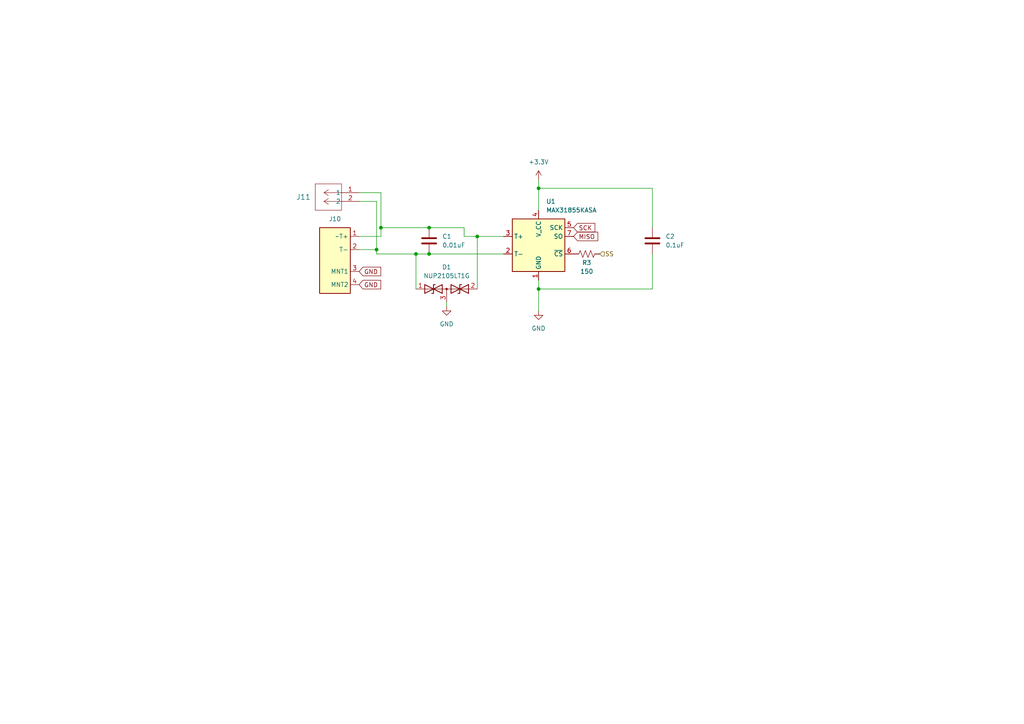
<source format=kicad_sch>
(kicad_sch (version 20230121) (generator eeschema)
  (paper "A4")
  (lib_symbols
    (symbol "Device:C" (pin_numbers hide) (pin_names (offset 0.254))
      (property "Reference" "C" (at 0.635 2.54 0))
      (property "Value" "C" (at 0.635 -2.54 0))
      (symbol "C_0_1"
        (polyline (pts (xy -2.032 -0.762) (xy 2.032 -0.762)) (stroke (width 0.508)))
        (polyline (pts (xy -2.032 0.762) (xy 2.032 0.762)) (stroke (width 0.508)))
      )
      (symbol "C_1_1"
        (pin passive line (at 0 3.81 270) (length 2.794) (name "~") (number "1"))
        (pin passive line (at 0 -3.81 90) (length 2.794) (name "~") (number "2"))
      )
    )
    (symbol "Device:D_TVS_Dual_AAC" (pin_names (offset 1.016) hide)
      (property "Reference" "D" (at 0 4.445 0))
      (property "Value" "D_TVS_Dual_AAC" (at 0 2.54 0))
      (symbol "D_TVS_Dual_AAC_0_0"
        (polyline (pts (xy 0 -1.27) (xy 0 0)))
      )
      (symbol "D_TVS_Dual_AAC_0_1"
        (polyline (pts (xy -6.35 0) (xy 6.35 0)))
        (polyline (pts (xy -3.302 1.27) (xy -3.81 1.27) (xy -3.81 -1.27) (xy -4.318 -1.27)) (stroke (width 0.254)))
        (polyline (pts (xy 4.318 1.27) (xy 3.81 1.27) (xy 3.81 -1.27) (xy 3.302 -1.27)) (stroke (width 0.254)))
        (polyline (pts (xy -6.35 1.27) (xy -1.27 -1.27) (xy -1.27 1.27) (xy -6.35 -1.27) (xy -6.35 1.27)) (stroke (width 0.254)))
        (polyline (pts (xy 6.35 1.27) (xy 1.27 -1.27) (xy 1.27 1.27) (xy 6.35 -1.27) (xy 6.35 1.27)) (stroke (width 0.254)))
        (circle (center 0 0) (radius 0.254) (fill (type outline)))
      )
      (symbol "D_TVS_Dual_AAC_1_1"
        (pin passive line (at -8.89 0 0) (length 2.54) (name "A1") (number "1"))
        (pin passive line (at 8.89 0 180) (length 2.54) (name "A2") (number "2"))
        (pin input line (at 0 -3.81 90) (length 2.54) (name "common") (number "3"))
      )
    )
    (symbol "IPTC Project Library:0603 150Ohm Resistor" (pin_numbers hide) (pin_names (offset 0))
      (property "Reference" "R" (at 2.54 0 90))
      (property "Value" "150" (at -2.54 0 90))
      (symbol "0603 150Ohm Resistor_0_1"
        (polyline (pts (xy 0 -2.286) (xy 0 -2.54)))
        (polyline (pts (xy 0 2.286) (xy 0 2.54)))
        (polyline (pts (xy 0 -0.762) (xy 1.016 -1.143) (xy 0 -1.524) (xy -1.016 -1.905) (xy 0 -2.286)))
        (polyline (pts (xy 0 0.762) (xy 1.016 0.381) (xy 0 0) (xy -1.016 -0.381) (xy 0 -0.762)))
        (polyline (pts (xy 0 2.286) (xy 1.016 1.905) (xy 0 1.524) (xy -1.016 1.143) (xy 0 0.762)))
      )
      (symbol "0603 150Ohm Resistor_1_1"
        (pin passive line (at 0 3.81 270) (length 1.27) (name "~") (number "1"))
        (pin passive line (at 0 -3.81 90) (length 1.27) (name "~") (number "2"))
      )
    )
    (symbol "IPTC Project Library:MAX31855KASA"
      (property "Reference" "U" (at -7.62 8.89 0))
      (property "Value" "MAX31855KASA" (at 1.27 8.89 0))
      (symbol "MAX31855KASA_0_1"
        (rectangle (start -7.62 7.62) (end 7.62 -7.62) (stroke (width 0.254)) (fill (type background)))
      )
      (symbol "MAX31855KASA_1_1"
        (pin power_in line (at 0 -10.16 90) (length 2.54) (name "GND") (number "1"))
        (pin passive line (at -10.16 -2.54 0) (length 2.54) (name "T-") (number "2"))
        (pin passive line (at -10.16 2.54 0) (length 2.54) (name "T+") (number "3"))
        (pin power_in line (at 0 10.16 270) (length 2.54) (name "V_CC") (number "4"))
        (pin input line (at 10.16 5.08 180) (length 2.54) (name "SCK") (number "5"))
        (pin input line (at 10.16 -2.54 180) (length 2.54) (name "~{CS}") (number "6"))
        (pin tri_state line (at 10.16 2.54 180) (length 2.54) (name "SO") (number "7"))
      )
    )
    (symbol "IPTC Project Library:OSTVN02A150" (pin_names (offset 0.254))
      (property "Reference" "J" (at 8.89 6.35 0))
      (property "Value" "OSTVN02A150" (at 0 0 0))
      (symbol "OSTVN02A150_1_1"
        (polyline (pts (xy 5.08 -5.08) (xy 12.7 -5.08)) (stroke (width 0.127)))
        (polyline (pts (xy 5.08 2.54) (xy 5.08 -5.08)) (stroke (width 0.127)))
        (polyline (pts (xy 10.16 -2.54) (xy 5.08 -2.54)) (stroke (width 0.127)))
        (polyline (pts (xy 10.16 -2.54) (xy 8.89 -3.3867)) (stroke (width 0.127)))
        (polyline (pts (xy 10.16 -2.54) (xy 8.89 -1.6933)) (stroke (width 0.127)))
        (polyline (pts (xy 10.16 0) (xy 5.08 0)) (stroke (width 0.127)))
        (polyline (pts (xy 10.16 0) (xy 8.89 -0.8467)) (stroke (width 0.127)))
        (polyline (pts (xy 10.16 0) (xy 8.89 0.8467)) (stroke (width 0.127)))
        (polyline (pts (xy 12.7 -5.08) (xy 12.7 2.54)) (stroke (width 0.127)))
        (polyline (pts (xy 12.7 2.54) (xy 5.08 2.54)) (stroke (width 0.127)))
        (pin unspecified line (at 0 0 0) (length 5.08) (name "1") (number "1"))
        (pin unspecified line (at 0 -2.54 0) (length 5.08) (name "2") (number "2"))
      )
      (symbol "OSTVN02A150_1_2"
        (polyline (pts (xy 5.08 -5.08) (xy 12.7 -5.08)) (stroke (width 0.127)))
        (polyline (pts (xy 5.08 2.54) (xy 5.08 -5.08)) (stroke (width 0.127)))
        (polyline (pts (xy 7.62 -2.54) (xy 5.08 -2.54)) (stroke (width 0.127)))
        (polyline (pts (xy 7.62 -2.54) (xy 8.89 -3.3867)) (stroke (width 0.127)))
        (polyline (pts (xy 7.62 -2.54) (xy 8.89 -1.6933)) (stroke (width 0.127)))
        (polyline (pts (xy 7.62 0) (xy 5.08 0)) (stroke (width 0.127)))
        (polyline (pts (xy 7.62 0) (xy 8.89 -0.8467)) (stroke (width 0.127)))
        (polyline (pts (xy 7.62 0) (xy 8.89 0.8467)) (stroke (width 0.127)))
        (polyline (pts (xy 12.7 -5.08) (xy 12.7 2.54)) (stroke (width 0.127)))
        (polyline (pts (xy 12.7 2.54) (xy 5.08 2.54)) (stroke (width 0.127)))
        (pin unspecified line (at 0 0 0) (length 5.08) (name "1") (number "1"))
        (pin unspecified line (at 0 -2.54 0) (length 5.08) (name "2") (number "2"))
      )
    )
    (symbol "IPTC Project Library:PCC-SMP-K-5"
      (property "Reference" "J" (at -2.54 5.08 0))
      (symbol "PCC-SMP-K-5_0_0"
        (rectangle (start -3.81 2.54) (end 5.08 -16.51) (stroke (width 0.254)) (fill (type background)))
      )
      (symbol "PCC-SMP-K-5_1_1"
        (pin input line (at -6.35 0 0) (length 2.54) (name "T+") (number "1"))
        (pin input line (at -6.35 -3.81 0) (length 2.54) (name "T-") (number "2"))
        (pin input line (at -6.35 -10.16 0) (length 2.54) (name "MNT1") (number "3"))
        (pin input line (at -6.35 -13.97 0) (length 2.54) (name "MNT2") (number "4"))
      )
    )
    (symbol "power:+3.3V" (power) (pin_names (offset 0))
      (property "Value" "+3.3V" (at 0 3.556 0))
      (symbol "+3.3V_0_1"
        (polyline (pts (xy -0.762 1.27) (xy 0 2.54)))
        (polyline (pts (xy 0 0) (xy 0 2.54)))
        (polyline (pts (xy 0 2.54) (xy 0.762 1.27)))
      )
      (symbol "+3.3V_1_1"
        (pin power_in line (at 0 0 90) (length 0) hide (name "+3.3V") (number "1"))
      )
    )
    (symbol "power:GND" (power) (pin_names (offset 0))
      (property "Value" "GND" (at 0 -3.81 0))
      (symbol "GND_0_1"
        (polyline (pts (xy 0 0) (xy 0 -1.27) (xy 1.27 -1.27) (xy 0 -2.54) (xy -1.27 -1.27) (xy 0 -1.27)))
      )
      (symbol "GND_1_1"
        (pin power_in line (at 0 0 270) (length 0) hide (name "GND") (number "1"))
      )
    )
  )
  (junction (at 156.21 54.61))
  (junction (at 138.43 68.58))
  (junction (at 124.46 73.66))
  (junction (at 124.46 66.04))
  (junction (at 156.21 83.82))
  (junction (at 120.65 73.66))
  (junction (at 110.49 66.04))
  (junction (at 109.22 72.39))
  (wire (pts (xy 110.49 66.04) (xy 110.49 68.58)))
  (wire (pts (xy 189.23 54.61) (xy 156.21 54.61)))
  (wire (pts (xy 189.23 83.82) (xy 156.21 83.82)))
  (wire (pts (xy 156.21 54.61) (xy 156.21 60.96)))
  (wire (pts (xy 189.23 66.04) (xy 189.23 54.61)))
  (wire (pts (xy 109.22 73.66) (xy 120.65 73.66)))
  (wire (pts (xy 134.62 68.58) (xy 138.43 68.58)))
  (wire (pts (xy 104.14 68.58) (xy 110.49 68.58)))
  (wire (pts (xy 109.22 58.42) (xy 109.22 72.39)))
  (wire (pts (xy 189.23 73.66) (xy 189.23 83.82)))
  (wire (pts (xy 134.62 68.58) (xy 134.62 66.04)))
  (wire (pts (xy 109.22 72.39) (xy 109.22 73.66)))
  (wire (pts (xy 156.21 83.82) (xy 156.21 81.28)))
  (wire (pts (xy 124.46 66.04) (xy 134.62 66.04)))
  (wire (pts (xy 124.46 73.66) (xy 146.05 73.66)))
  (wire (pts (xy 156.21 90.17) (xy 156.21 83.82)))
  (wire (pts (xy 156.21 52.07) (xy 156.21 54.61)))
  (wire (pts (xy 129.54 87.63) (xy 129.54 88.9)))
  (wire (pts (xy 104.14 55.88) (xy 110.49 55.88)))
  (wire (pts (xy 104.14 72.39) (xy 109.22 72.39)))
  (wire (pts (xy 104.14 58.42) (xy 109.22 58.42)))
  (wire (pts (xy 110.49 66.04) (xy 124.46 66.04)))
  (wire (pts (xy 110.49 55.88) (xy 110.49 66.04)))
  (wire (pts (xy 138.43 68.58) (xy 146.05 68.58)))
  (wire (pts (xy 138.43 68.58) (xy 138.43 83.82)))
  (wire (pts (xy 120.65 73.66) (xy 124.46 73.66)))
  (wire (pts (xy 120.65 73.66) (xy 120.65 83.82)))
  (global_label "MISO" (shape input) (at 166.37 68.58 0) (property "Intersheetrefs" "${INTERSHEET_REFS}" (effects hide)))
  (global_label "SCK" (shape input) (at 166.37 66.04 0) (property "Intersheetrefs" "${INTERSHEET_REFS}" (effects hide)))
  (global_label "GND" (shape input) (at 104.14 82.55 0) (property "Intersheetrefs" "${INTERSHEET_REFS}" (effects hide)))
  (global_label "GND" (shape input) (at 104.14 78.74 0) (property "Intersheetrefs" "${INTERSHEET_REFS}" (effects hide)))
  (hierarchical_label "SS" (shape input) (at 173.99 73.66 0))
  (symbol (lib_id "IPTC Project Library:OSTVN02A150") (at 104.14 55.88 0) (mirror y) (unit 1)
    (property "Reference" "J11" (at 90.17 57.15 0) (effects (font (size 1.524 1.524)) (justify left)))
    (property "Value" "OSTVN02A150" (effects hide))
    (property "Footprint" "IPTC Project Library:CONN_OSTVN02A150_OST" (effects hide))
    (property "Datasheet" "https://mm.digikey.com/Volume0/opasdata/d220001/medias/docus/1123/OSTVNXXA150.pdf" (effects hide))
    (instances (project "IPTC Power Distribution and Control" (path "" (reference "J11") (unit 1)) (path "" (reference "J10") (unit 1)) (path "" (reference "J12") (unit 1)) (path "" (reference "J14") (unit 1)) (path "" (reference "J16") (unit 1)) (path "" (reference "J18") (unit 1))))
  )
  (symbol (lib_id "power:GND") (at 129.54 88.9 0) (unit 1)
    (property "Reference" "#PWR03" (effects hide))
    (property "Value" "GND" (at 129.54 93.98 0))
    (instances (project "IPTC Power Distribution and Control" (path "" (reference "#PWR03") (unit 1)) (path "" (reference "#PWR015") (unit 1)) (path "" (reference "#PWR018") (unit 1)) (path "" (reference "#PWR021") (unit 1)) (path "" (reference "#PWR024") (unit 1))))
  )
  (symbol (lib_id "power:+3.3V") (at 156.21 52.07 0) (unit 1)
    (property "Reference" "#PWR01" (effects hide))
    (property "Value" "+3.3V" (at 156.21 46.99 0))
    (instances (project "IPTC Power Distribution and Control" (path "" (reference "#PWR01") (unit 1)) (path "" (reference "#PWR014") (unit 1)) (path "" (reference "#PWR017") (unit 1)) (path "" (reference "#PWR020") (unit 1)) (path "" (reference "#PWR023") (unit 1))))
  )
  (symbol (lib_id "IPTC Project Library:0603 150Ohm Resistor") (at 170.18 73.66 90) (unit 1)
    (property "Reference" "R3" (at 170.18 76.2 90))
    (property "Value" "150" (at 170.18 78.74 90))
    (property "Footprint" "Resistor_SMD:R_0603_1608Metric_Pad0.98x0.95mm_HandSolder" (effects hide))
    (instances (project "IPTC Power Distribution and Control" (path "" (reference "R3") (unit 1)) (path "" (reference "R3") (unit 1)) (path "" (reference "R4") (unit 1)) (path "" (reference "R5") (unit 1)) (path "" (reference "R6") (unit 1)) (path "" (reference "R7") (unit 1))))
  )
  (symbol (lib_id "Device:C") (at 124.46 69.85 0) (unit 1)
    (property "Reference" "C1" (at 128.27 68.58 0) (effects (justify left)))
    (property "Value" "0.01uF" (at 128.27 71.12 0) (effects (justify left)))
    (property "Footprint" "Capacitor_SMD:C_0603_1608Metric_Pad1.08x0.95mm_HandSolder" (effects hide))
    (instances (project "IPTC Power Distribution and Control" (path "" (reference "C1") (unit 1)) (path "" (reference "C1") (unit 1)) (path "" (reference "C3") (unit 1)) (path "" (reference "C5") (unit 1)) (path "" (reference "C7") (unit 1)) (path "" (reference "C9") (unit 1))))
  )
  (symbol (lib_id "IPTC Project Library:MAX31855KASA") (at 156.21 71.12 0) (unit 1)
    (property "Reference" "U1" (at 158.4041 58.42 0) (effects (justify left)))
    (property "Value" "MAX31855KASA" (at 158.4041 60.96 0) (effects (justify left)))
    (property "Footprint" "IPTC Project Library:SOIC-8_3.9x4.9mm_P1.27mm" (effects hide))
    (property "Datasheet" "http://datasheets.maximintegrated.com/en/ds/MAX31855.pdf" (effects hide))
    (instances (project "IPTC Power Distribution and Control" (path "" (reference "U1") (unit 1)) (path "" (reference "U1") (unit 1)) (path "" (reference "U2") (unit 1)) (path "" (reference "U3") (unit 1)) (path "" (reference "U4") (unit 1)) (path "" (reference "U5") (unit 1))))
  )
  (symbol (lib_id "power:GND") (at 156.21 90.17 0) (unit 1)
    (property "Reference" "#PWR02" (effects hide))
    (property "Value" "GND" (at 156.21 95.25 0))
    (instances (project "IPTC Power Distribution and Control" (path "" (reference "#PWR02") (unit 1)) (path "" (reference "#PWR016") (unit 1)) (path "" (reference "#PWR019") (unit 1)) (path "" (reference "#PWR022") (unit 1)) (path "" (reference "#PWR025") (unit 1))))
  )
  (symbol (lib_id "Device:C") (at 189.23 69.85 0) (unit 1)
    (property "Reference" "C2" (at 193.04 68.58 0) (effects (justify left)))
    (property "Value" "0.1uF" (at 193.04 71.12 0) (effects (justify left)))
    (property "Footprint" "Capacitor_SMD:C_0603_1608Metric_Pad1.08x0.95mm_HandSolder" (effects hide))
    (instances (project "IPTC Power Distribution and Control" (path "" (reference "C2") (unit 1)) (path "" (reference "C4") (unit 1)) (path "" (reference "C6") (unit 1)) (path "" (reference "C8") (unit 1)) (path "" (reference "C10") (unit 1))))
  )
  (symbol (lib_id "Device:D_TVS_Dual_AAC") (at 129.54 83.82 0) (unit 1)
    (property "Reference" "D1" (at 129.54 77.47 0))
    (property "Value" "NUP2105LT1G" (at 129.54 80.01 0))
    (property "Footprint" "Package_TO_SOT_SMD:SOT-23" (effects hide))
    (instances (project "IPTC Power Distribution and Control" (path "" (reference "D1") (unit 1)) (path "" (reference "D1") (unit 1)) (path "" (reference "D2") (unit 1)) (path "" (reference "D3") (unit 1)) (path "" (reference "D4") (unit 1)) (path "" (reference "D5") (unit 1))))
  )
  (symbol (lib_id "IPTC Project Library:PCC-SMP-K-5") (at 97.79 68.58 0) (mirror y) (unit 1)
    (property "Reference" "J10" (at 97.155 63.5 0))
    (property "Value" "~" (at 97.79 68.58 0))
    (property "Footprint" "IPTC Project Library:PCC-SMP-K-5" (effects hide))
    (property "Datasheet" "https://assets.omega.com/spec/PCC-OST-SMP_spec.pdf" (effects hide))
    (instances (project "IPTC Power Distribution and Control" (path "" (reference "J10") (unit 1)) (path "" (reference "J11") (unit 1)) (path "" (reference "J13") (unit 1)) (path "" (reference "J15") (unit 1)) (path "" (reference "J17") (unit 1)) (path "" (reference "J19") (unit 1))))
  )
)
</source>
